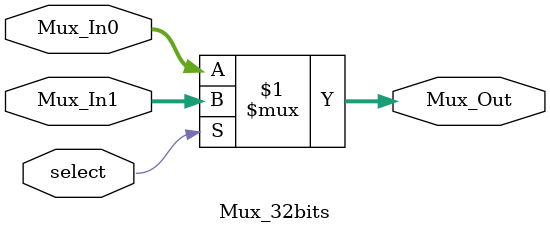
<source format=v>
module Mux_32bits(Mux_In0, Mux_In1, select, Mux_Out);
	input[31:0] Mux_In0, Mux_In1;
	input select;
	output[31:0] Mux_Out;
	assign Mux_Out = select? Mux_In1: Mux_In0;
endmodule

</source>
